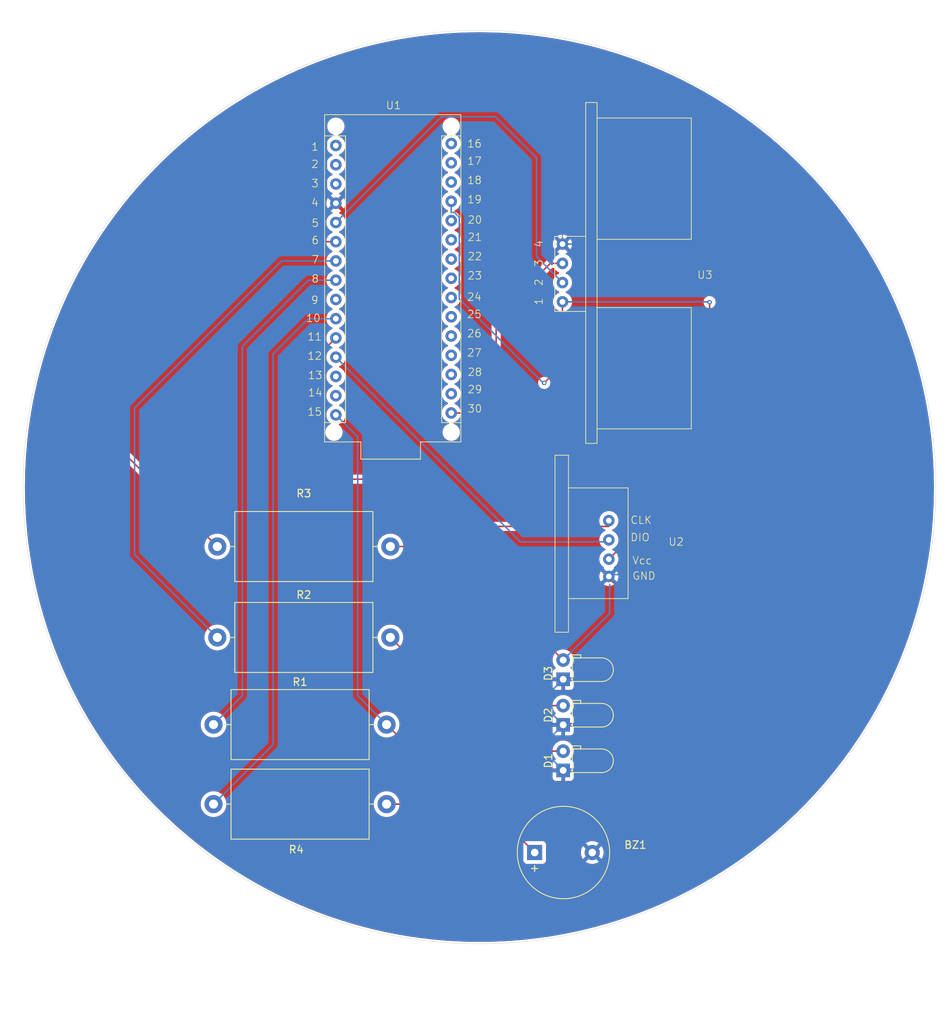
<source format=kicad_pcb>
(kicad_pcb (version 20240108) (generator "pcbnew") (generator_version "8.0")
  (title_block (title "Traffic Lights") (date "2024-12-23") (company "Robotics'n'Circuits"))
  (layers (0 "F.Cu" signal) (31 "B.Cu" signal) (34 "B.Paste" user) (35 "F.Paste" user) (36 "B.SilkS" user "B.Silkscreen") (37 "F.SilkS" user "F.Silkscreen") (38 "B.Mask" user) (39 "F.Mask" user) (44 "Edge.Cuts" user))
  (net 0 "")
  (net 1 "Net-(BZ1-+)")
  (net 2 "GND")
  (net 3 "REDR")
  (net 4 "Net-(D2-A)")
  (net 5 "Net-(D3-A)")
  (net 6 "RED")
  (net 7 "YELLOW")
  (net 8 "GREEN")
  (net 9 "Buzz")
  (net 12 "CLK")
  (net 13 "Trigger")
  (net 21 "Echo")
  (net 23 "DIO")
  (net 31 "Source")
  (footprint "LED_THT:LED_D3.0mm_Horizontal_O1.27mm_Z2.0mm_IRGrey" (layer "F.Cu") (at 163.281 130.892 90)
    (property "Reference" "D1" (at 1.27 -1.96 90) (layer "F.SilkS"))
    (property "Value" "Red")
    (fp_line (start 2.54 1.08) (end 2.54 1.08) (stroke (width 0.12)) (layer "F.SilkS"))
    (fp_line (start 2.54 1.08) (end 2.54 1.21) (stroke (width 0.12)) (layer "F.SilkS"))
    (fp_line (start 0 1.08) (end 0 1.08) (stroke (width 0.12)) (layer "F.SilkS"))
    (fp_line (start 0 1.08) (end 0 1.21) (stroke (width 0.12)) (layer "F.SilkS"))
    (fp_line (start 3.23 1.21) (end 3.23 2.33) (stroke (width 0.12)) (layer "F.SilkS"))
    (fp_line (start 2.83 1.21) (end 3.23 1.21) (stroke (width 0.12)) (layer "F.SilkS"))
    (fp_line (start 2.83 1.21) (end 2.83 5.07) (stroke (width 0.12)) (layer "F.SilkS"))
    (fp_line (start 2.54 1.21) (end 2.54 1.08) (stroke (width 0.12)) (layer "F.SilkS"))
    (fp_line (start 2.54 1.21) (end 2.54 1.21) (stroke (width 0.12)) (layer "F.SilkS"))
    (fp_line (start 0 1.21) (end 0 1.08) (stroke (width 0.12)) (layer "F.SilkS"))
    (fp_line (start 0 1.21) (end 0 1.21) (stroke (width 0.12)) (layer "F.SilkS"))
    (fp_line (start -0.29 1.21) (end 2.83 1.21) (stroke (width 0.12)) (layer "F.SilkS"))
    (fp_line (start -0.29 1.21) (end -0.29 5.07) (stroke (width 0.12)) (layer "F.SilkS"))
    (fp_line (start 3.23 2.33) (end 2.83 2.33) (stroke (width 0.12)) (layer "F.SilkS"))
    (fp_line (start 2.83 2.33) (end 2.83 1.21) (stroke (width 0.12)) (layer "F.SilkS"))
    (fp_arc (start 2.83 5.07) (mid 1.27 6.63) (end -0.29 5.07) (stroke (width 0.12)) (layer "F.SilkS"))
    (pad "1" thru_hole rect (at 0 0 90) (size 1.8 1.8) (drill 0.9) (layers "*.Cu" "*.Mask") (net 2 "GND"))
    (pad "2" thru_hole circle (at 2.54 0 90) (size 1.8 1.8) (drill 0.9) (layers "*.Cu" "*.Mask") (net 3 "REDR"))
  )
  (footprint "Timer_TM1637:TM1637" (layer "F.Cu") (at 163.476 101.484)
    (property "Reference" "U2" (at 14.732 -0.762 0) (layer "F.SilkS") (effects (font (thickness 0.1))))
    (property "Value" "~")
    (fp_line (start -1.27 -12.192) (end -1.27 11.176) (stroke (width 0.1)) (layer "F.SilkS"))
    (fp_line (start -1.27 11.176) (end 0.508 11.176) (stroke (width 0.1)) (layer "F.SilkS"))
    (fp_line (start 0.508 -12.192) (end -1.27 -12.192) (stroke (width 0.1)) (layer "F.SilkS"))
    (fp_line (start 0.508 -7.874) (end 8.382 -7.874) (stroke (width 0.1)) (layer "F.SilkS"))
    (fp_line (start 0.508 11.176) (end 0.508 -12.192) (stroke (width 0.1)) (layer "F.SilkS"))
    (fp_line (start 8.382 -7.874) (end 8.382 6.731) (stroke (width 0.1)) (layer "F.SilkS"))
    (fp_line (start 8.382 6.731) (end 0.508 6.731) (stroke (width 0.1)) (layer "F.SilkS"))
    (fp_text user "Vcc" (at 8.89 2.286 0) (layer "F.SilkS") (effects (font (thickness 0.1)) (justify left bottom)))
    (fp_text user "GND" (at 8.89 4.318 0) (layer "F.SilkS") (effects (font (thickness 0.1)) (justify left bottom)))
    (fp_text user "CLK" (at 8.636 -3.048 0) (layer "F.SilkS") (effects (font (thickness 0.1)) (justify left bottom)))
    (fp_text user "DIO" (at 8.636 -0.762 0) (layer "F.SilkS") (effects (font (thickness 0.1)) (justify left bottom)))
    (pad "1" thru_hole circle (at 5.842 3.81) (size 1.524 1.524) (drill 0.762) (layers "*.Cu" "*.Mask") (net 2 "GND"))
    (pad "2" thru_hole circle (at 5.842 1.524) (size 1.524 1.524) (drill 0.762) (layers "*.Cu" "*.Mask") (net 31 "Source"))
    (pad "3" thru_hole circle (at 5.842 -1.016) (size 1.524 1.524) (drill 0.762) (layers "*.Cu" "*.Mask") (net 23 "DIO"))
    (pad "4" thru_hole circle (at 5.842 -3.556) (size 1.524 1.524) (drill 0.762) (layers "*.Cu" "*.Mask") (net 12 "CLK"))
  )
  (footprint "Resistor_THT:R_Axial_DIN0918_L18.0mm_D9.0mm_P22.86mm_Horizontal" (layer "F.Cu") (at 117.102 135.346)
    (property "Reference" "R4" (at 10.93 6 0) (layer "F.SilkS"))
    (property "Value" "250")
    (fp_line (start 1.44 0) (end 2.31 0) (stroke (width 0.12)) (layer "F.SilkS"))
    (fp_line (start 2.31 -4.62) (end 2.31 4.62) (stroke (width 0.12)) (layer "F.SilkS"))
    (fp_line (start 2.31 4.62) (end 20.55 4.62) (stroke (width 0.12)) (layer "F.SilkS"))
    (fp_line (start 20.55 -4.62) (end 2.31 -4.62) (stroke (width 0.12)) (layer "F.SilkS"))
    (fp_line (start 20.55 4.62) (end 20.55 -4.62) (stroke (width 0.12)) (layer "F.SilkS"))
    (fp_line (start 21.42 0) (end 20.55 0) (stroke (width 0.12)) (layer "F.SilkS"))
    (pad "1" thru_hole circle (at 0 0) (size 2.4 2.4) (drill 1.2) (layers "*.Cu" "*.Mask") (net 9 "Buzz"))
    (pad "2" thru_hole oval (at 22.86 0) (size 2.4 2.4) (drill 1.2) (layers "*.Cu" "*.Mask") (net 1 "Net-(BZ1-+)"))
  )
  (footprint "Sensor_HC-SR04:HC-SR04" (layer "F.Cu") (at 167 65.238 90)
    (property "Reference" "U3" (at -0.262 15 0) (layer "F.SilkS") (effects (font (thickness 0.1))))
    (property "Value" "~")
    (fp_line (start 4.826 -4.826) (end 4.826 -0.762) (stroke (width 0.1)) (layer "F.SilkS"))
    (fp_line (start -5.08 -4.826) (end 4.826 -4.826) (stroke (width 0.1)) (layer "F.SilkS"))
    (fp_line (start -5.08 -0.762) (end -5.08 -4.826) (stroke (width 0.1)) (layer "F.SilkS"))
    (fp_line (start 4.445 0.762) (end 4.445 13.208) (stroke (width 0.1)) (layer "F.SilkS"))
    (fp_line (start -20.574 0.762) (end -20.574 13.208) (stroke (width 0.1)) (layer "F.SilkS"))
    (fp_line (start 20.447 13.208) (end 20.447 0.762) (stroke (width 0.1)) (layer "F.SilkS"))
    (fp_line (start 4.445 13.208) (end 20.447 13.208) (stroke (width 0.1)) (layer "F.SilkS"))
    (fp_line (start -4.572 13.208) (end -4.572 0.762) (stroke (width 0.1)) (layer "F.SilkS"))
    (fp_line (start -20.574 13.208) (end -4.572 13.208) (stroke (width 0.1)) (layer "F.SilkS"))
    (fp_rect (start -22.5 -0.738) (end 22.5 0.762) (stroke (width 0.1)) (fill none) (layer "F.SilkS"))
    (fp_text user "3" (at 0.762 -6.342 90) (layer "F.SilkS") (effects (font (thickness 0.1)) (justify left bottom)))
    (fp_text user "2" (at -1.778 -6.342 90) (layer "F.SilkS") (effects (font (thickness 0.1)) (justify left bottom)))
    (fp_text user "1" (at -4.318 -6.342 90) (layer "F.SilkS") (effects (font (thickness 0.1)) (justify left bottom)))
    (fp_text user "4" (at 3.302 -6.342 90) (layer "F.SilkS") (effects (font (thickness 0.1)) (justify left bottom)))
    (pad "1" thru_hole circle (at -3.81 -3.81 90) (size 1.524 1.524) (drill 0.762) (layers "*.Cu" "*.Mask") (net 31 "Source"))
    (pad "2" thru_hole circle (at -1.27 -3.81 90) (size 1.524 1.524) (drill 0.762) (layers "*.Cu" "*.Mask") (net 13 "Trigger"))
    (pad "3" thru_hole circle (at 1.27 -3.81 90) (size 1.524 1.524) (drill 0.762) (layers "*.Cu" "*.Mask") (net 21 "Echo"))
    (pad "4" thru_hole circle (at 3.81 -3.81 90) (size 1.524 1.524) (drill 0.762) (layers "*.Cu" "*.Mask") (net 2 "GND"))
  )
  (footprint "LED_THT:LED_D3.0mm_Horizontal_O1.27mm_Z2.0mm_IRGrey" (layer "F.Cu") (at 163.281 124.882 90)
    (property "Reference" "D2" (at 1.27 -1.96 90) (layer "F.SilkS"))
    (property "Value" "Yellow")
    (fp_line (start 2.54 1.08) (end 2.54 1.08) (stroke (width 0.12)) (layer "F.SilkS"))
    (fp_line (start 2.54 1.08) (end 2.54 1.21) (stroke (width 0.12)) (layer "F.SilkS"))
    (fp_line (start 0 1.08) (end 0 1.08) (stroke (width 0.12)) (layer "F.SilkS"))
    (fp_line (start 0 1.08) (end 0 1.21) (stroke (width 0.12)) (layer "F.SilkS"))
    (fp_line (start 3.23 1.21) (end 3.23 2.33) (stroke (width 0.12)) (layer "F.SilkS"))
    (fp_line (start 2.83 1.21) (end 3.23 1.21) (stroke (width 0.12)) (layer "F.SilkS"))
    (fp_line (start 2.83 1.21) (end 2.83 5.07) (stroke (width 0.12)) (layer "F.SilkS"))
    (fp_line (start 2.54 1.21) (end 2.54 1.08) (stroke (width 0.12)) (layer "F.SilkS"))
    (fp_line (start 2.54 1.21) (end 2.54 1.21) (stroke (width 0.12)) (layer "F.SilkS"))
    (fp_line (start 0 1.21) (end 0 1.08) (stroke (width 0.12)) (layer "F.SilkS"))
    (fp_line (start 0 1.21) (end 0 1.21) (stroke (width 0.12)) (layer "F.SilkS"))
    (fp_line (start -0.29 1.21) (end 2.83 1.21) (stroke (width 0.12)) (layer "F.SilkS"))
    (fp_line (start -0.29 1.21) (end -0.29 5.07) (stroke (width 0.12)) (layer "F.SilkS"))
    (fp_line (start 3.23 2.33) (end 2.83 2.33) (stroke (width 0.12)) (layer "F.SilkS"))
    (fp_line (start 2.83 2.33) (end 2.83 1.21) (stroke (width 0.12)) (layer "F.SilkS"))
    (fp_arc (start 2.83 5.07) (mid 1.27 6.63) (end -0.29 5.07) (stroke (width 0.12)) (layer "F.SilkS"))
    (pad "1" thru_hole rect (at 0 0 90) (size 1.8 1.8) (drill 0.9) (layers "*.Cu" "*.Mask") (net 2 "GND"))
    (pad "2" thru_hole circle (at 2.54 0 90) (size 1.8 1.8) (drill 0.9) (layers "*.Cu" "*.Mask") (net 4 "Net-(D2-A)"))
  )
  (footprint "LED_THT:LED_D3.0mm_Horizontal_O1.27mm_Z2.0mm_IRGrey" (layer "F.Cu") (at 163.281 118.872 90)
    (property "Reference" "D3" (at 0.77 -1.96 90) (layer "F.SilkS"))
    (property "Value" "Green")
    (fp_line (start 2.54 1.08) (end 2.54 1.08) (stroke (width 0.12)) (layer "F.SilkS"))
    (fp_line (start 2.54 1.08) (end 2.54 1.21) (stroke (width 0.12)) (layer "F.SilkS"))
    (fp_line (start 0 1.08) (end 0 1.08) (stroke (width 0.12)) (layer "F.SilkS"))
    (fp_line (start 0 1.08) (end 0 1.21) (stroke (width 0.12)) (layer "F.SilkS"))
    (fp_line (start 3.23 1.21) (end 3.23 2.33) (stroke (width 0.12)) (layer "F.SilkS"))
    (fp_line (start 2.83 1.21) (end 3.23 1.21) (stroke (width 0.12)) (layer "F.SilkS"))
    (fp_line (start 2.83 1.21) (end 2.83 5.07) (stroke (width 0.12)) (layer "F.SilkS"))
    (fp_line (start 2.54 1.21) (end 2.54 1.08) (stroke (width 0.12)) (layer "F.SilkS"))
    (fp_line (start 2.54 1.21) (end 2.54 1.21) (stroke (width 0.12)) (layer "F.SilkS"))
    (fp_line (start 0 1.21) (end 0 1.08) (stroke (width 0.12)) (layer "F.SilkS"))
    (fp_line (start 0 1.21) (end 0 1.21) (stroke (width 0.12)) (layer "F.SilkS"))
    (fp_line (start -0.29 1.21) (end 2.83 1.21) (stroke (width 0.12)) (layer "F.SilkS"))
    (fp_line (start -0.29 1.21) (end -0.29 5.07) (stroke (width 0.12)) (layer "F.SilkS"))
    (fp_line (start 3.23 2.33) (end 2.83 2.33) (stroke (width 0.12)) (layer "F.SilkS"))
    (fp_line (start 2.83 2.33) (end 2.83 1.21) (stroke (width 0.12)) (layer "F.SilkS"))
    (fp_arc (start 2.83 5.07) (mid 1.27 6.63) (end -0.29 5.07) (stroke (width 0.12)) (layer "F.SilkS"))
    (pad "1" thru_hole rect (at 0 0 90) (size 1.8 1.8) (drill 0.9) (layers "*.Cu" "*.Mask") (net 2 "GND"))
    (pad "2" thru_hole circle (at 2.54 0 90) (size 1.8 1.8) (drill 0.9) (layers "*.Cu" "*.Mask") (net 5 "Net-(D3-A)"))
  )
  (footprint "Resistor_THT:R_Axial_DIN0918_L18.0mm_D9.0mm_P22.86mm_Horizontal" (layer "F.Cu") (at 117.102 124.846)
    (property "Reference" "R1" (at 11.43 -5.62 0) (layer "F.SilkS"))
    (property "Value" "500")
    (fp_line (start 1.44 0) (end 2.31 0) (stroke (width 0.12)) (layer "F.SilkS"))
    (fp_line (start 2.31 -4.62) (end 2.31 4.62) (stroke (width 0.12)) (layer "F.SilkS"))
    (fp_line (start 2.31 4.62) (end 20.55 4.62) (stroke (width 0.12)) (layer "F.SilkS"))
    (fp_line (start 20.55 -4.62) (end 2.31 -4.62) (stroke (width 0.12)) (layer "F.SilkS"))
    (fp_line (start 20.55 4.62) (end 20.55 -4.62) (stroke (width 0.12)) (layer "F.SilkS"))
    (fp_line (start 21.42 0) (end 20.55 0) (stroke (width 0.12)) (layer "F.SilkS"))
    (pad "1" thru_hole circle (at 0 0) (size 2.4 2.4) (drill 1.2) (layers "*.Cu" "*.Mask") (net 6 "RED"))
    (pad "2" thru_hole oval (at 22.86 0) (size 2.4 2.4) (drill 1.2) (layers "*.Cu" "*.Mask") (net 3 "REDR"))
  )
  (footprint "Resistor_THT:R_Axial_DIN0918_L18.0mm_D9.0mm_P22.86mm_Horizontal" (layer "F.Cu") (at 117.602 101.346)
    (property "Reference" "R3" (at 11.43 -7 0) (layer "F.SilkS"))
    (property "Value" "500")
    (fp_line (start 1.44 0) (end 2.31 0) (stroke (width 0.12)) (layer "F.SilkS"))
    (fp_line (start 2.31 -4.62) (end 2.31 4.62) (stroke (width 0.12)) (layer "F.SilkS"))
    (fp_line (start 2.31 4.62) (end 20.55 4.62) (stroke (width 0.12)) (layer "F.SilkS"))
    (fp_line (start 20.55 -4.62) (end 2.31 -4.62) (stroke (width 0.12)) (layer "F.SilkS"))
    (fp_line (start 20.55 4.62) (end 20.55 -4.62) (stroke (width 0.12)) (layer "F.SilkS"))
    (fp_line (start 21.42 0) (end 20.55 0) (stroke (width 0.12)) (layer "F.SilkS"))
    (pad "1" thru_hole circle (at 0 0) (size 2.4 2.4) (drill 1.2) (layers "*.Cu" "*.Mask") (net 8 "GREEN"))
    (pad "2" thru_hole oval (at 22.86 0) (size 2.4 2.4) (drill 1.2) (layers "*.Cu" "*.Mask") (net 5 "Net-(D3-A)"))
  )
  (footprint "Arduino_Nano:Arduino_Nano" (layer "F.Cu") (at 140.372 65.94)
    (property "Reference" "U1" (at 0.508 -22.82 0) (layer "F.SilkS") (effects (font (thickness 0.1))))
    (property "Value" "~")
    (fp_line (start -8.636 -18.796) (end -5.842 -18.796) (stroke (width 0.1)) (layer "F.SilkS"))
    (fp_line (start -8.602 -21.59) (end -8.602 21.61) (stroke (width 0.1)) (layer "F.SilkS"))
    (fp_line (start -8.602 -21.59) (end 9.398 -21.59) (stroke (width 0.1)) (layer "F.SilkS"))
    (fp_line (start -5.842 -18.796) (end -5.842 19.05) (stroke (width 0.1)) (layer "F.SilkS"))
    (fp_line (start -5.842 -18.796) (end -5.842 19.05) (stroke (width 0.1)) (layer "F.SilkS"))
    (fp_line (start -5.842 19.05) (end -8.636 19.05) (stroke (width 0.1)) (layer "F.SilkS"))
    (fp_line (start -3.81 21.59) (end -8.602 21.61) (stroke (width 0.1)) (layer "F.SilkS"))
    (fp_line (start -3.81 21.59) (end -3.81 23.876) (stroke (width 0.1)) (layer "F.SilkS"))
    (fp_line (start -3.81 23.876) (end 4.064 23.876) (stroke (width 0.1)) (layer "F.SilkS"))
    (fp_line (start 4.064 23.876) (end -3.81 23.876) (stroke (width 0.1)) (layer "F.SilkS"))
    (fp_line (start 4.064 23.876) (end 4.064 21.59) (stroke (width 0.1)) (layer "F.SilkS"))
    (fp_line (start 6.858 -18.796) (end 9.398 -18.796) (stroke (width 0.1)) (layer "F.SilkS"))
    (fp_line (start 6.858 19.05) (end 6.858 -18.796) (stroke (width 0.1)) (layer "F.SilkS"))
    (fp_line (start 9.398 -21.59) (end 9.398 21.61) (stroke (width 0.1)) (layer "F.SilkS"))
    (fp_line (start 9.398 19.05) (end 6.858 19.05) (stroke (width 0.1)) (layer "F.SilkS"))
    (fp_line (start 9.398 21.61) (end 4.064 21.59) (stroke (width 0.1)) (layer "F.SilkS"))
    (fp_text user "5" (at -10.37678 -6.709615 0) (layer "F.SilkS") (effects (font (thickness 0.1)) (justify left bottom)))
    (fp_text user "14" (at -10.8584 15.67396 0) (layer "F.SilkS") (effects (font (thickness 0.1)) (justify left bottom)))
    (fp_text user "15" (at -10.922 18.21396 0) (layer "F.SilkS") (effects (font (thickness 0.1)) (justify left bottom)))
    (fp_text user "18" (at 10.18638 -12.356372 0) (layer "F.SilkS") (effects (font (thickness 0.1)) (justify left bottom)))
    (fp_text user "23" (at 10.2236 0.238013 0) (layer "F.SilkS") (effects (font (thickness 0.1)) (justify left bottom)))
    (fp_text user "8" (at -10.37678 0.656385 0) (layer "F.SilkS") (effects (font (thickness 0.1)) (justify left bottom)))
    (fp_text user "30" (at 10.2236 17.795588 0) (layer "F.SilkS") (effects (font (thickness 0.1)) (justify left bottom)))
    (fp_text user "19" (at 10.18638 -9.816372 0) (layer "F.SilkS") (effects (font (thickness 0.1)) (justify left bottom)))
    (fp_text user "26" (at 10.16 7.874 0) (layer "F.SilkS") (effects (font (thickness 0.1)) (justify left bottom)))
    (fp_text user "29" (at 10.2236 15.255588 0) (layer "F.SilkS") (effects (font (thickness 0.1)) (justify left bottom)))
    (fp_text user "9" (at -10.44038 3.466372 0) (layer "F.SilkS") (effects (font (thickness 0.1)) (justify left bottom)))
    (fp_text user "11" (at -10.922 8.292372 0) (layer "F.SilkS") (effects (font (thickness 0.1)) (justify left bottom)))
    (fp_text user "28" (at 10.2236 12.969588 0) (layer "F.SilkS") (effects (font (thickness 0.1)) (justify left bottom)))
    (fp_text user "12" (at -10.922 10.832372 0) (layer "F.SilkS") (effects (font (thickness 0.1)) (justify left bottom)))
    (fp_text user "3" (at -10.414 -11.938 0) (layer "F.SilkS") (effects (font (thickness 0.1)) (justify left bottom)))
    (fp_text user "10" (at -11.1124 5.842 0) (layer "F.SilkS") (effects (font (thickness 0.1)) (justify left bottom)))
    (fp_text user "17" (at 10.18638 -14.896372 0) (layer "F.SilkS") (effects (font (thickness 0.1)) (justify left bottom)))
    (fp_text user "21" (at 10.2236 -4.841987 0) (layer "F.SilkS") (effects (font (thickness 0.1)) (justify left bottom)))
    (fp_text user "1" (at -10.414 -16.764 0) (layer "F.SilkS") (effects (font (thickness 0.1)) (justify left bottom)))
    (fp_text user "27" (at 10.16 10.414 0) (layer "F.SilkS") (effects (font (thickness 0.1)) (justify left bottom)))
    (fp_text user "2" (at -10.414 -14.478 0) (layer "F.SilkS") (effects (font (thickness 0.1)) (justify left bottom)))
    (fp_text user "4" (at -10.414 -9.398 0) (layer "F.SilkS") (effects (font (thickness 0.1)) (justify left bottom)))
    (fp_text user "25" (at 10.16 5.334 0) (layer "F.SilkS") (effects (font (thickness 0.1)) (justify left bottom)))
    (fp_text user "24" (at 10.16 3.048 0) (layer "F.SilkS") (effects (font (thickness 0.1)) (justify left bottom)))
    (fp_text user "13" (at -10.8584 13.38796 0) (layer "F.SilkS") (effects (font (thickness 0.1)) (justify left bottom)))
    (fp_text user "20" (at 10.2236 -7.127987 0) (layer "F.SilkS") (effects (font (thickness 0.1)) (justify left bottom)))
    (fp_text user "6" (at -10.37678 -4.423615 0) (layer "F.SilkS") (effects (font (thickness 0.1)) (justify left bottom)))
    (fp_text user "22" (at 10.2236 -2.301987 0) (layer "F.SilkS") (effects (font (thickness 0.1)) (justify left bottom)))
    (fp_text user "16" (at 10.18638 -17.182372 0) (layer "F.SilkS") (effects (font (thickness 0.1)) (justify left bottom)))
    (fp_text user "7" (at -10.37678 -1.883615 0) (layer "F.SilkS") (effects (font (thickness 0.1)) (justify left bottom)))
    (pad "" np_thru_hole circle (at -7.366 20.32) (size 1.8 1.8) (drill 1.8) (layers "F&B.Cu" "*.Mask"))
    (pad "" np_thru_hole circle (at -7.112 -20.066) (size 1.8 1.8) (drill 1.8) (layers "F&B.Cu" "*.Mask"))
    (pad "" np_thru_hole circle (at 8.128 -20.066) (size 1.8 1.8) (drill 1.8) (layers "F&B.Cu" "*.Mask"))
    (pad "" np_thru_hole circle (at 8.128 20.32) (size 1.8 1.8) (drill 1.8) (layers "F&B.Cu" "*.Mask"))
    (pad "1" thru_hole circle (at -7.112 -17.526) (size 1.524 1.524) (drill 0.762) (layers "*.Cu" "*.Mask"))
    (pad "2" thru_hole circle (at -7.112 -14.986) (size 1.524 1.524) (drill 0.762) (layers "*.Cu" "*.Mask"))
    (pad "3" thru_hole circle (at -7.112 -12.446) (size 1.524 1.524) (drill 0.762) (layers "*.Cu" "*.Mask"))
    (pad "4" thru_hole circle (at -7.112 -9.906) (size 1.524 1.524) (drill 0.762) (layers "*.Cu" "*.Mask") (net 2 "GND"))
    (pad "5" thru_hole circle (at -7.112 -7.366) (size 1.524 1.524) (drill 0.762) (layers "*.Cu" "*.Mask") (net 13 "Trigger"))
    (pad "6" thru_hole circle (at -7.112 -4.826) (size 1.524 1.524) (drill 0.762) (layers "*.Cu" "*.Mask") (net 8 "GREEN"))
    (pad "7" thru_hole circle (at -7.112 -2.286) (size 1.524 1.524) (drill 0.762) (layers "*.Cu" "*.Mask") (net 7 "YELLOW"))
    (pad "8" thru_hole circle (at -7.112 0.254) (size 1.524 1.524) (drill 0.762) (layers "*.Cu" "*.Mask") (net 6 "RED"))
    (pad "9" thru_hole circle (at -7.112 2.794) (size 1.524 1.524) (drill 0.762) (layers "*.Cu" "*.Mask"))
    (pad "10" thru_hole circle (at -7.112 5.334) (size 1.524 1.524) (drill 0.762) (layers "*.Cu" "*.Mask") (net 9 "Buzz"))
    (pad "11" thru_hole circle (at -7.112 7.874) (size 1.524 1.524) (drill 0.762) (layers "*.Cu" "*.Mask") (net 12 "CLK"))
    (pad "12" thru_hole circle (at -7.112 10.414) (size 1.524 1.524) (drill 0.762) (layers "*.Cu" "*.Mask") (net 23 "DIO"))
    (pad "13" thru_hole circle (at -7.112 12.954) (size 1.524 1.524) (drill 0.762) (layers "*.Cu" "*.Mask"))
    (pad "14" thru_hole circle (at -7.112 15.494) (size 1.524 1.524) (drill 0.762) (layers "*.Cu" "*.Mask"))
    (pad "15" thru_hole circle (at -7.112 18.034) (size 1.524 1.524) (drill 0.762) (layers "*.Cu" "*.Mask") (net 3 "REDR"))
    (pad "16" thru_hole circle (at 8.128 -17.78) (size 1.524 1.524) (drill 0.762) (layers "*.Cu" "*.Mask"))
    (pad "17" thru_hole circle (at 8.128 -15.24) (size 1.524 1.524) (drill 0.762) (layers "*.Cu" "*.Mask"))
    (pad "18" thru_hole circle (at 8.128 -12.7) (size 1.524 1.524) (drill 0.762) (layers "*.Cu" "*.Mask"))
    (pad "19" thru_hole circle (at 8.128 -10.16) (size 1.524 1.524) (drill 0.762) (layers "*.Cu" "*.Mask") (net 31 "Source"))
    (pad "20" thru_hole circle (at 8.128 -7.62) (size 1.524 1.524) (drill 0.762) (layers "*.Cu" "*.Mask"))
    (pad "21" thru_hole circle (at 8.128 -5.08) (size 1.524 1.524) (drill 0.762) (layers "*.Cu" "*.Mask"))
    (pad "22" thru_hole circle (at 8.128 -2.54) (size 1.524 1.524) (drill 0.762) (layers "*.Cu" "*.Mask"))
    (pad "23" thru_hole circle (at 8.128 0) (size 1.524 1.524) (drill 0.762) (layers "*.Cu" "*.Mask"))
    (pad "24" thru_hole circle (at 8.128 2.54) (size 1.524 1.524) (drill 0.762) (layers "*.Cu" "*.Mask"))
    (pad "25" thru_hole circle (at 8.128 5.08) (size 1.524 1.524) (drill 0.762) (layers "*.Cu" "*.Mask"))
    (pad "26" thru_hole circle (at 8.128 7.62) (size 1.524 1.524) (drill 0.762) (layers "*.Cu" "*.Mask"))
    (pad "27" thru_hole circle (at 8.128 10.16) (size 1.524 1.524) (drill 0.762) (layers "*.Cu" "*.Mask"))
    (pad "28" thru_hole circle (at 8.128 12.7) (size 1.524 1.524) (drill 0.762) (layers "*.Cu" "*.Mask"))
    (pad "29" thru_hole circle (at 8.128 15.24) (size 1.524 1.524) (drill 0.762) (layers "*.Cu" "*.Mask"))
    (pad "30" thru_hole circle (at 8.128 17.78) (size 1.524 1.524) (drill 0.762) (layers "*.Cu" "*.Mask") (net 21 "Echo"))
  )
  (footprint "Buzzer_Beeper:Buzzer_12x9.5RM7.6" (layer "F.Cu") (at 159.522 141.732)
    (property "Reference" "BZ1" (at 13.3 -1 0) (layer "F.SilkS"))
    (property "Value" "Buzzer")
    (fp_circle (center 3.8 0) (end 9.9 0) (stroke (width 0.12)) (fill none) (layer "F.SilkS"))
    (fp_text user "+" (at -0.01 2.032 0) (layer "F.SilkS"))
    (pad "1" thru_hole rect (at 0 0) (size 2 2) (drill 1) (layers "*.Cu" "*.Mask") (net 1 "Net-(BZ1-+)"))
    (pad "2" thru_hole circle (at 7.6 0) (size 2 2) (drill 1) (layers "*.Cu" "*.Mask") (net 2 "GND"))
  )
  (footprint "Resistor_THT:R_Axial_DIN0918_L18.0mm_D9.0mm_P22.86mm_Horizontal" (layer "F.Cu") (at 117.602 113.346)
    (property "Reference" "R2" (at 11.43 -5.62 0) (layer "F.SilkS"))
    (property "Value" "500")
    (fp_line (start 1.44 0) (end 2.31 0) (stroke (width 0.12)) (layer "F.SilkS"))
    (fp_line (start 2.31 -4.62) (end 2.31 4.62) (stroke (width 0.12)) (layer "F.SilkS"))
    (fp_line (start 2.31 4.62) (end 20.55 4.62) (stroke (width 0.12)) (layer "F.SilkS"))
    (fp_line (start 20.55 -4.62) (end 2.31 -4.62) (stroke (width 0.12)) (layer "F.SilkS"))
    (fp_line (start 20.55 4.62) (end 20.55 -4.62) (stroke (width 0.12)) (layer "F.SilkS"))
    (fp_line (start 21.42 0) (end 20.55 0) (stroke (width 0.12)) (layer "F.SilkS"))
    (pad "1" thru_hole circle (at 0 0) (size 2.4 2.4) (drill 1.2) (layers "*.Cu" "*.Mask") (net 7 "YELLOW"))
    (pad "2" thru_hole oval (at 22.86 0) (size 2.4 2.4) (drill 1.2) (layers "*.Cu" "*.Mask") (net 4 "Net-(D2-A)"))
  )
  (gr_circle (center 152.223554 93.5) (end 208.723554 114.5) (stroke (width 0.05)) (fill none) (layer "Edge.Cuts"))
  (segment (start 139.962 135.346) (end 153.136 135.346) (width 0.2) (layer "F.Cu") (net 1))
  (segment (start 153.136 135.346) (end 159.522 141.732) (width 0.2) (layer "F.Cu") (net 1))
  (segment (start 161.29 126.873) (end 163.281 124.882) (width 0.2) (layer "B.Cu") (net 2))
  (segment (start 183.602 61.428) (end 163.19 61.428) (width 0.2) (layer "B.Cu") (net 2))
  (segment (start 132.01 40.202) (end 132.01 54.784) (width 0.2) (layer "B.Cu") (net 2))
  (segment (start 194.31 97.282) (end 194.31 72.136) (width 0.2) (layer "B.Cu") (net 2))
  (segment (start 167.122 141.732) (end 163.281 137.891) (width 0.2) (layer "B.Cu") (net 2))
  (segment (start 161.29 122.891) (end 161.29 120.863) (width 0.2) (layer "B.Cu") (net 2))
  (segment (start 133.858 38.354) (end 132.01 40.202) (width 0.2) (layer "B.Cu") (net 2))
  (segment (start 186.552 105.04) (end 194.31 97.282) (width 0.2) (layer "B.Cu") (net 2))
  (segment (start 163.19 38.354) (end 133.858 38.354) (width 0.2) (layer "B.Cu") (net 2))
  (segment (start 163.281 130.892) (end 161.29 128.901) (width 0.2) (layer "B.Cu") (net 2))
  (segment (start 161.29 128.901) (end 161.29 126.873) (width 0.2) (layer "B.Cu") (net 2))
  (segment (start 163.281 124.882) (end 161.29 122.891) (width 0.2) (layer "B.Cu") (net 2))
  (segment (start 163.19 61.428) (end 163.19 38.354) (width 0.2) (layer "B.Cu") (net 2))
  (segment (start 161.29 120.863) (end 163.281 118.872) (width 0.2) (layer "B.Cu") (net 2))
  (segment (start 163.281 137.891) (end 163.281 130.892) (width 0.2) (layer "B.Cu") (net 2))
  (segment (start 132.01 54.784) (end 133.26 56.034) (width 0.2) (layer "B.Cu") (net 2))
  (segment (start 169.318 105.04) (end 186.552 105.04) (width 0.2) (layer "B.Cu") (net 2))
  (segment (start 194.31 72.136) (end 183.602 61.428) (width 0.2) (layer "B.Cu") (net 2))
  (segment (start 139.962 124.846) (end 143.468 128.352) (width 0.2) (layer "F.Cu") (net 3))
  (segment (start 143.468 128.352) (end 163.281 128.352) (width 0.2) (layer "F.Cu") (net 3))
  (segment (start 139.962 124.846) (end 136.144 121.028) (width 0.2) (layer "B.Cu") (net 3))
  (segment (start 136.144 86.858) (end 133.26 83.974) (width 0.2) (layer "B.Cu") (net 3))
  (segment (start 136.144 121.028) (end 136.144 86.858) (width 0.2) (layer "B.Cu") (net 3))
  (segment (start 140.462 113.346) (end 147.993534 120.877534) (width 0.2) (layer "F.Cu") (net 4))
  (segment (start 151.529068 122.342) (end 163.281 122.342) (width 0.2) (layer "F.Cu") (net 4))
  (arc (start 151.529068 122.342) (mid 149.615651 121.961398) (end 147.993534 120.877534) (width 0.2) (layer "F.Cu") (net 4))
  (segment (start 140.462 101.346) (end 148.295 101.346) (width 0.2) (layer "F.Cu") (net 5))
  (segment (start 148.295 101.346) (end 163.281 116.332) (width 0.2) (layer "F.Cu") (net 5))
  (segment (start 163.281 115.783) (end 163.281 116.332) (width 0.5) (layer "F.Cu") (net 5))
  (segment (start 169.418 110.195) (end 169.418 106.356) (width 0.2) (layer "B.Cu") (net 5))
  (segment (start 163.281 116.332) (end 169.418 110.195) (width 0.2) (layer "B.Cu") (net 5))
  (segment (start 117.102 124.846) (end 120.904 121.044) (width 0.2) (layer "B.Cu") (net 6))
  (segment (start 129.64 66.194) (end 133.26 66.194) (width 0.2) (layer "B.Cu") (net 6))
  (segment (start 120.904 74.93) (end 129.64 66.194) (width 0.2) (layer "B.Cu") (net 6))
  (segment (start 120.904 121.044) (end 120.904 74.93) (width 0.2) (layer "B.Cu") (net 6))
  (segment (start 117.602 113.346) (end 106.68 102.424) (width 0.2) (layer "B.Cu") (net 7))
  (segment (start 126.084 63.654) (end 133.26 63.654) (width 0.2) (layer "B.Cu") (net 7))
  (segment (start 106.68 83.058) (end 126.084 63.654) (width 0.2) (layer "B.Cu") (net 7))
  (segment (start 106.68 102.424) (end 106.68 83.058) (width 0.2) (layer "B.Cu") (net 7))
  (segment (start 115.162 61.114) (end 96.266 80.01) (width 0.2) (layer "F.Cu") (net 8))
  (segment (start 96.266 80.01) (end 117.602 101.346) (width 0.2) (layer "F.Cu") (net 8))
  (segment (start 133.26 61.114) (end 115.162 61.114) (width 0.2) (layer "F.Cu") (net 8))
  (segment (start 129.64 71.274) (end 133.26 71.274) (width 0.2) (layer "B.Cu") (net 9))
  (segment (start 117.102 135.346) (end 124.968 127.48) (width 0.2) (layer "B.Cu") (net 9))
  (segment (start 124.968 75.946) (end 129.64 71.274) (width 0.2) (layer "B.Cu") (net 9))
  (segment (start 124.968 127.48) (end 124.968 75.946) (width 0.2) (layer "B.Cu") (net 9))
  (segment (start 129.032 88.646) (end 129.032 75.184) (width 0.2) (layer "F.Cu") (net 12))
  (segment (start 129.286 74.93) (end 132.144 74.93) (width 0.2) (layer "F.Cu") (net 12))
  (segment (start 169.318 98.69) (end 145.172 98.69) (width 0.2) (layer "F.Cu") (net 12))
  (segment (start 138.938 92.456) (end 132.842 92.456) (width 0.2) (layer "F.Cu") (net 12))
  (segment (start 132.842 92.456) (end 129.032 88.646) (width 0.2) (layer "F.Cu") (net 12))
  (segment (start 129.032 75.184) (end 129.286 74.93) (width 0.2) (layer "F.Cu") (net 12))
  (segment (start 145.172 98.69) (end 138.938 92.456) (width 0.2) (layer "F.Cu") (net 12))
  (segment (start 132.144 74.93) (end 133.26 73.814) (width 0.2) (layer "F.Cu") (net 12))
  (segment (start 147.21 44.624) (end 133.26 58.574) (width 0.2) (layer "B.Cu") (net 13))
  (segment (start 163.19 66.508) (end 159.766 63.084) (width 0.2) (layer "B.Cu") (net 13))
  (segment (start 159.766 50.038) (end 154.352 44.624) (width 0.2) (layer "B.Cu") (net 13))
  (segment (start 159.766 63.084) (end 159.766 50.038) (width 0.2) (layer "B.Cu") (net 13))
  (segment (start 154.352 44.624) (end 147.21 44.624) (width 0.2) (layer "B.Cu") (net 13))
  (segment (start 154.432 83.82) (end 154.332 83.72) (width 0.2) (layer "F.Cu") (net 21))
  (segment (start 163.19 63.968) (end 161.584 63.968) (width 0.2) (layer "F.Cu") (net 21))
  (segment (start 154.432 71.12) (end 154.432 83.82) (width 0.2) (layer "F.Cu") (net 21))
  (segment (start 161.584 63.968) (end 154.432 71.12) (width 0.2) (layer "F.Cu") (net 21))
  (segment (start 154.332 83.72) (end 148.5 83.72) (width 0.2) (layer "F.Cu") (net 21))
  (segment (start 169.318 100.722) (end 157.628 100.722) (width 0.2) (layer "B.Cu") (net 23))
  (segment (start 157.628 100.722) (end 133.26 76.354) (width 0.2) (layer "B.Cu") (net 23))
  (segment (start 163.19 77.348) (end 160.782 79.756) (width 0.2) (layer "F.Cu") (net 31))
  (segment (start 182.626 89.7) (end 182.626 69.088) (width 0.2) (layer "F.Cu") (net 31))
  (segment (start 163.19 69.048) (end 163.19 77.348) (width 0.2) (layer "F.Cu") (net 31))
  (segment (start 169.318 103.008) (end 182.626 89.7) (width 0.2) (layer "F.Cu") (net 31))
  (via (at 182.626 69.088) (size 0.6) (drill 0.3) (layers "F.Cu" "B.Cu") (net 31))
  (via (at 160.782 79.756) (size 0.6) (drill 0.3) (layers "F.Cu" "B.Cu") (net 31))
  (segment (start 149.562 57.880105) (end 148.939895 57.258) (width 0.2) (layer "B.Cu") (net 31))
  (segment (start 182.586 69.048) (end 163.19 69.048) (width 0.2) (layer "B.Cu") (net 31))
  (segment (start 148.939895 57.258) (end 148.5 57.258) (width 0.2) (layer "B.Cu") (net 31))
  (segment (start 160.5915 79.6925) (end 149.562 68.663) (width 0.2) (layer "B.Cu") (net 31))
  (segment (start 148.5 57.258) (end 148.5 55.78) (width 0.2) (layer "B.Cu") (net 31))
  (segment (start 182.626 69.088) (end 182.586 69.048) (width 0.2) (layer "B.Cu") (net 31))
  (segment (start 149.562 68.663) (end 149.562 57.880105) (width 0.2) (layer "B.Cu") (net 31))
  (zone (net 2) (net_name "GND") (layers "F&B.Cu") (connect_pads (clearance 0.5)) (min_thickness 0.25) (fill yes (thermal_gap 0.5) (thermal_bridge_width 0.5) (island_removal_mode 1) (island_area_min 10))
    (polygon (pts (xy 110.49 46.99) (xy 140.97 29.21) (xy 190.246 37.846) (xy 214.376 76.708) (xy 213.36 124.714) (xy 160.274 164.338) (xy 98.044 138.43) (xy 88.9 80.772) (xy 99.314 53.086)))
  )
)
</source>
